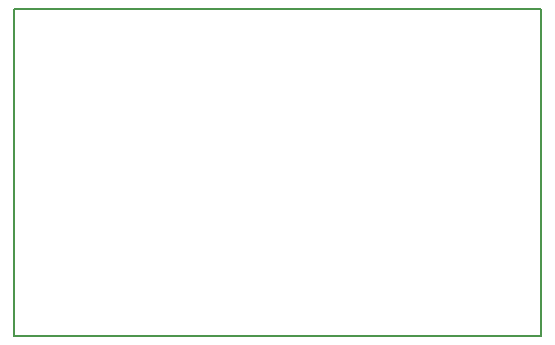
<source format=gbr>
G04 #@! TF.FileFunction,Profile,NP*
%FSLAX46Y46*%
G04 Gerber Fmt 4.6, Leading zero omitted, Abs format (unit mm)*
G04 Created by KiCad (PCBNEW 4.0.6+dfsg1-1) date Tue Feb 13 22:00:55 2018*
%MOMM*%
%LPD*%
G01*
G04 APERTURE LIST*
%ADD10C,0.100000*%
%ADD11C,0.150000*%
G04 APERTURE END LIST*
D10*
D11*
X122500000Y-110200000D02*
X122500000Y-82500000D01*
X167100000Y-110200000D02*
X122500000Y-110200000D01*
X167100000Y-82500000D02*
X167100000Y-110200000D01*
X122500000Y-82500000D02*
X167100000Y-82500000D01*
M02*

</source>
